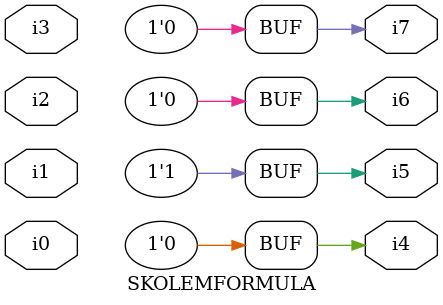
<source format=v>

module SKOLEMFORMULA ( 
    i0, i1, i2, i3,
    i4, i5, i6, i7  );
  input  i0, i1, i2, i3;
  output i4, i5, i6, i7;
  assign i4 = 1'b0;
  assign i5 = 1'b1;
  assign i6 = 1'b0;
  assign i7 = 1'b0;
endmodule



</source>
